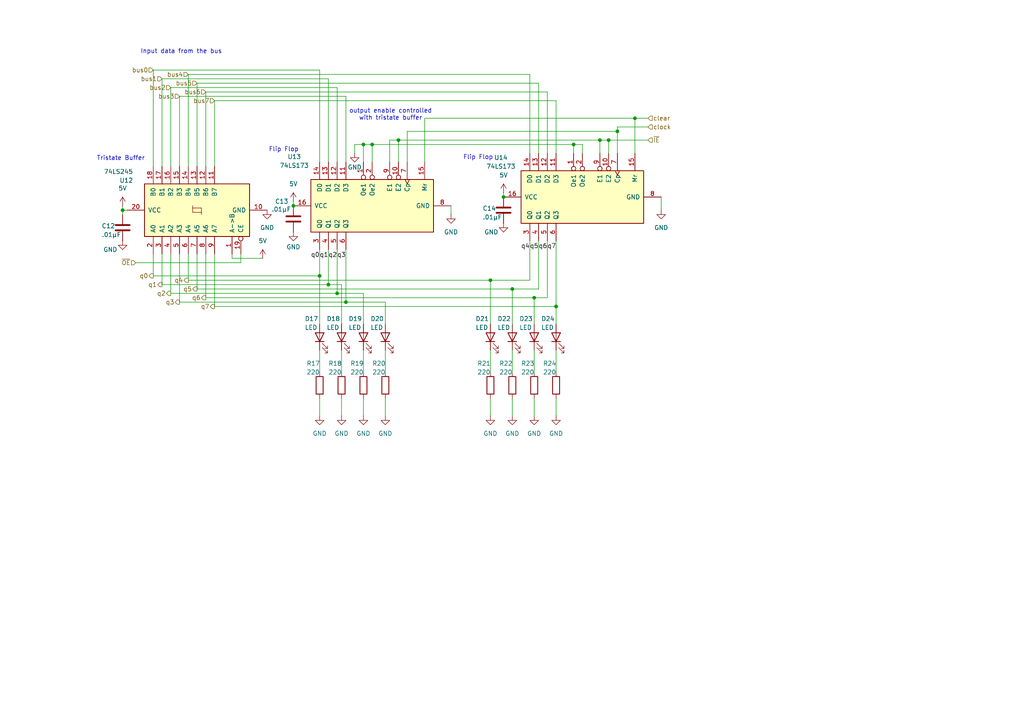
<source format=kicad_sch>
(kicad_sch (version 20231120) (generator "eeschema") (generator_version "8.0")
  (paper "A4")
  (title_block (title "Registers") (date "2024-11-11") (company "Arsenal Gear"))
  (lib_symbols
    (symbol "74xx:74LS173" (pin_names (offset 1.016))
      (property "Reference" "U" (at -7.62 19.05 0))
      (property "Value" "74LS173" (at -7.62 -19.05 0))
      (symbol "74LS173_1_0"
        (pin input inverted (at -12.7 2.54 0) (length 5.08) (name "Oe1") (number "1"))
        (pin input inverted (at -12.7 -7.62 0) (length 5.08) (name "E2") (number "10"))
        (pin input line (at -12.7 7.62 0) (length 5.08) (name "D3") (number "11"))
        (pin input line (at -12.7 10.16 0) (length 5.08) (name "D2") (number "12"))
        (pin input line (at -12.7 12.7 0) (length 5.08) (name "D1") (number "13"))
        (pin input line (at -12.7 15.24 0) (length 5.08) (name "D0") (number "14"))
        (pin input line (at -12.7 -15.24 0) (length 5.08) (name "Mr") (number "15"))
        (pin power_in line (at 0 22.86 270) (length 5.08) (name "VCC") (number "16"))
        (pin input inverted (at -12.7 0 0) (length 5.08) (name "Oe2") (number "2"))
        (pin tri_state line (at 12.7 15.24 180) (length 5.08) (name "Q0") (number "3"))
        (pin tri_state line (at 12.7 12.7 180) (length 5.08) (name "Q1") (number "4"))
        (pin tri_state line (at 12.7 10.16 180) (length 5.08) (name "Q2") (number "5"))
        (pin tri_state line (at 12.7 7.62 180) (length 5.08) (name "Q3") (number "6"))
        (pin input clock (at -12.7 -10.16 0) (length 5.08) (name "Cp") (number "7"))
        (pin power_in line (at 0 -22.86 90) (length 5.08) (name "GND") (number "8"))
        (pin input inverted (at -12.7 -5.08 0) (length 5.08) (name "E1") (number "9"))
      )
      (symbol "74LS173_1_1"
        (rectangle (start -7.62 17.78) (end 7.62 -17.78) (stroke (width 0.254)) (fill (type background)))
      )
    )
    (symbol "74xx:74LS245" (pin_names (offset 1.016))
      (property "Reference" "U" (at -7.62 16.51 0))
      (property "Value" "74LS245" (at -7.62 -16.51 0))
      (symbol "74LS245_1_0"
        (polyline (pts (xy -0.635 -1.27) (xy -0.635 1.27) (xy 0.635 1.27)))
        (polyline (pts (xy -1.27 -1.27) (xy 0.635 -1.27) (xy 0.635 1.27) (xy 1.27 1.27)))
        (pin input line (at -12.7 -10.16 0) (length 5.08) (name "A->B") (number "1"))
        (pin power_in line (at 0 -20.32 90) (length 5.08) (name "GND") (number "10"))
        (pin tri_state line (at 12.7 -5.08 180) (length 5.08) (name "B7") (number "11"))
        (pin tri_state line (at 12.7 -2.54 180) (length 5.08) (name "B6") (number "12"))
        (pin tri_state line (at 12.7 0 180) (length 5.08) (name "B5") (number "13"))
        (pin tri_state line (at 12.7 2.54 180) (length 5.08) (name "B4") (number "14"))
        (pin tri_state line (at 12.7 5.08 180) (length 5.08) (name "B3") (number "15"))
        (pin tri_state line (at 12.7 7.62 180) (length 5.08) (name "B2") (number "16"))
        (pin tri_state line (at 12.7 10.16 180) (length 5.08) (name "B1") (number "17"))
        (pin tri_state line (at 12.7 12.7 180) (length 5.08) (name "B0") (number "18"))
        (pin input inverted (at -12.7 -12.7 0) (length 5.08) (name "CE") (number "19"))
        (pin tri_state line (at -12.7 12.7 0) (length 5.08) (name "A0") (number "2"))
        (pin power_in line (at 0 20.32 270) (length 5.08) (name "VCC") (number "20"))
        (pin tri_state line (at -12.7 10.16 0) (length 5.08) (name "A1") (number "3"))
        (pin tri_state line (at -12.7 7.62 0) (length 5.08) (name "A2") (number "4"))
        (pin tri_state line (at -12.7 5.08 0) (length 5.08) (name "A3") (number "5"))
        (pin tri_state line (at -12.7 2.54 0) (length 5.08) (name "A4") (number "6"))
        (pin tri_state line (at -12.7 0 0) (length 5.08) (name "A5") (number "7"))
        (pin tri_state line (at -12.7 -2.54 0) (length 5.08) (name "A6") (number "8"))
        (pin tri_state line (at -12.7 -5.08 0) (length 5.08) (name "A7") (number "9"))
      )
      (symbol "74LS245_1_1"
        (rectangle (start -7.62 15.24) (end 7.62 -15.24) (stroke (width 0.254)) (fill (type background)))
      )
    )
    (symbol "Device:C" (pin_numbers hide) (pin_names (offset 0.254))
      (property "Reference" "C" (at 0.635 2.54 0))
      (property "Value" "C" (at 0.635 -2.54 0))
      (symbol "C_0_1"
        (polyline (pts (xy -2.032 -0.762) (xy 2.032 -0.762)) (stroke (width 0.508)))
        (polyline (pts (xy -2.032 0.762) (xy 2.032 0.762)) (stroke (width 0.508)))
      )
      (symbol "C_1_1"
        (pin passive line (at 0 3.81 270) (length 2.794) (name "~") (number "1"))
        (pin passive line (at 0 -3.81 90) (length 2.794) (name "~") (number "2"))
      )
    )
    (symbol "Device:LED" (pin_numbers hide) (pin_names (offset 1.016) hide)
      (property "Reference" "D" (at 0 2.54 0))
      (property "Value" "LED" (at 0 -2.54 0))
      (symbol "LED_0_1"
        (polyline (pts (xy -1.27 -1.27) (xy -1.27 1.27)) (stroke (width 0.254)))
        (polyline (pts (xy -1.27 0) (xy 1.27 0)))
        (polyline (pts (xy 1.27 -1.27) (xy 1.27 1.27) (xy -1.27 0) (xy 1.27 -1.27)) (stroke (width 0.254)))
        (polyline (pts (xy -3.048 -0.762) (xy -4.572 -2.286) (xy -3.81 -2.286) (xy -4.572 -2.286) (xy -4.572 -1.524)))
        (polyline (pts (xy -1.778 -0.762) (xy -3.302 -2.286) (xy -2.54 -2.286) (xy -3.302 -2.286) (xy -3.302 -1.524)))
      )
      (symbol "LED_1_1"
        (pin passive line (at -3.81 0 0) (length 2.54) (name "K") (number "1"))
        (pin passive line (at 3.81 0 180) (length 2.54) (name "A") (number "2"))
      )
    )
    (symbol "Device:R" (pin_numbers hide) (pin_names (offset 0))
      (property "Reference" "R" (at 2.032 0 90))
      (property "Value" "R" (at 0 0 90))
      (symbol "R_0_1"
        (rectangle (start -1.016 -2.54) (end 1.016 2.54) (stroke (width 0.254)))
      )
      (symbol "R_1_1"
        (pin passive line (at 0 3.81 270) (length 1.27) (name "~") (number "1"))
        (pin passive line (at 0 -3.81 90) (length 1.27) (name "~") (number "2"))
      )
    )
    (symbol "power:GND" (power) (pin_numbers hide) (pin_names (offset 0) hide)
      (property "Value" "GND" (at 0 -3.81 0))
      (symbol "GND_0_1"
        (polyline (pts (xy 0 0) (xy 0 -1.27) (xy 1.27 -1.27) (xy 0 -2.54) (xy -1.27 -1.27) (xy 0 -1.27)))
      )
      (symbol "GND_1_1"
        (pin power_in line (at 0 0 270) (length 0) (name "~") (number "1"))
      )
    )
    (symbol "power:VCC" (power) (pin_numbers hide) (pin_names (offset 0) hide)
      (property "Value" "VCC" (at 0 3.556 0))
      (symbol "VCC_0_1"
        (polyline (pts (xy -0.762 1.27) (xy 0 2.54)))
        (polyline (pts (xy 0 0) (xy 0 2.54)))
        (polyline (pts (xy 0 2.54) (xy 0.762 1.27)))
      )
      (symbol "VCC_1_1"
        (pin power_in line (at 0 0 90) (length 0) (name "~") (number "1"))
      )
    )
  )
  (junction (at 166.37 41.91))
  (junction (at 105.41 41.91))
  (junction (at 184.15 34.29))
  (junction (at 161.29 88.9))
  (junction (at 148.59 83.82))
  (junction (at 97.79 85.09))
  (junction (at 115.57 40.64))
  (junction (at 179.07 38.1))
  (junction (at 100.33 87.63))
  (junction (at 107.95 41.91))
  (junction (at 154.94 86.36))
  (junction (at 92.71 80.01))
  (junction (at 146.05 57.15))
  (junction (at 142.24 81.28))
  (junction (at 176.53 40.64))
  (junction (at 85.09 59.69))
  (junction (at 35.56 60.96))
  (junction (at 173.99 40.64))
  (junction (at 95.25 82.55))
  (wire (pts (xy 123.19 34.29) (xy 184.15 34.29)))
  (wire (pts (xy 111.76 115.57) (xy 111.76 120.65)))
  (wire (pts (xy 161.29 88.9) (xy 62.23 88.9)))
  (wire (pts (xy 46.99 73.66) (xy 46.99 82.55)))
  (wire (pts (xy 54.61 21.59) (xy 54.61 48.26)))
  (wire (pts (xy 54.61 73.66) (xy 54.61 81.28)))
  (wire (pts (xy 49.53 25.4) (xy 49.53 48.26)))
  (wire (pts (xy 100.33 27.94) (xy 100.33 46.99)))
  (wire (pts (xy 69.85 76.2) (xy 39.37 76.2)))
  (wire (pts (xy 113.03 46.99) (xy 113.03 40.64)))
  (wire (pts (xy 156.21 69.85) (xy 156.21 83.82)))
  (wire (pts (xy 92.71 72.39) (xy 92.71 80.01)))
  (wire (pts (xy 158.75 26.67) (xy 158.75 44.45)))
  (wire (pts (xy 44.45 20.32) (xy 44.45 48.26)))
  (wire (pts (xy 173.99 40.64) (xy 176.53 40.64)))
  (wire (pts (xy 97.79 25.4) (xy 97.79 46.99)))
  (wire (pts (xy 102.87 41.91) (xy 102.87 44.45)))
  (wire (pts (xy 52.07 27.94) (xy 52.07 48.26)))
  (wire (pts (xy 59.69 73.66) (xy 59.69 86.36)))
  (wire (pts (xy 62.23 73.66) (xy 62.23 88.9)))
  (wire (pts (xy 52.07 73.66) (xy 52.07 87.63)))
  (wire (pts (xy 67.31 74.93) (xy 67.31 73.66)))
  (wire (pts (xy 161.29 101.6) (xy 161.29 107.95)))
  (wire (pts (xy 95.25 22.86) (xy 95.25 46.99)))
  (wire (pts (xy 35.56 62.23) (xy 35.56 60.96)))
  (wire (pts (xy 92.71 20.32) (xy 92.71 46.99)))
  (wire (pts (xy 184.15 34.29) (xy 184.15 44.45)))
  (wire (pts (xy 161.29 29.21) (xy 161.29 44.45)))
  (wire (pts (xy 158.75 86.36) (xy 154.94 86.36)))
  (wire (pts (xy 49.53 73.66) (xy 49.53 85.09)))
  (wire (pts (xy 49.53 25.4) (xy 97.79 25.4)))
  (wire (pts (xy 100.33 87.63) (xy 111.76 87.63)))
  (wire (pts (xy 99.06 115.57) (xy 99.06 120.65)))
  (wire (pts (xy 85.09 58.42) (xy 85.09 59.69)))
  (wire (pts (xy 92.71 80.01) (xy 92.71 93.98)))
  (wire (pts (xy 184.15 34.29) (xy 187.96 34.29)))
  (wire (pts (xy 154.94 86.36) (xy 154.94 93.98)))
  (wire (pts (xy 97.79 85.09) (xy 105.41 85.09)))
  (wire (pts (xy 105.41 85.09) (xy 105.41 93.98)))
  (wire (pts (xy 154.94 86.36) (xy 59.69 86.36)))
  (wire (pts (xy 148.59 101.6) (xy 148.59 107.95)))
  (wire (pts (xy 148.59 115.57) (xy 148.59 120.65)))
  (wire (pts (xy 105.41 41.91) (xy 107.95 41.91)))
  (wire (pts (xy 156.21 24.13) (xy 156.21 44.45)))
  (wire (pts (xy 107.95 41.91) (xy 107.95 46.99)))
  (wire (pts (xy 46.99 22.86) (xy 46.99 48.26)))
  (wire (pts (xy 153.67 81.28) (xy 142.24 81.28)))
  (wire (pts (xy 158.75 69.85) (xy 158.75 86.36)))
  (wire (pts (xy 57.15 24.13) (xy 156.21 24.13)))
  (wire (pts (xy 57.15 73.66) (xy 57.15 83.82)))
  (wire (pts (xy 107.95 41.91) (xy 166.37 41.91)))
  (wire (pts (xy 69.85 73.66) (xy 69.85 76.2)))
  (wire (pts (xy 92.71 101.6) (xy 92.71 107.95)))
  (wire (pts (xy 100.33 87.63) (xy 52.07 87.63)))
  (wire (pts (xy 95.25 82.55) (xy 46.99 82.55)))
  (wire (pts (xy 123.19 46.99) (xy 123.19 34.29)))
  (wire (pts (xy 52.07 27.94) (xy 100.33 27.94)))
  (wire (pts (xy 179.07 36.83) (xy 179.07 38.1)))
  (wire (pts (xy 179.07 38.1) (xy 179.07 44.45)))
  (wire (pts (xy 161.29 69.85) (xy 161.29 88.9)))
  (wire (pts (xy 115.57 46.99) (xy 115.57 40.64)))
  (wire (pts (xy 35.56 60.96) (xy 36.83 60.96)))
  (wire (pts (xy 142.24 115.57) (xy 142.24 120.65)))
  (wire (pts (xy 153.67 69.85) (xy 153.67 81.28)))
  (wire (pts (xy 148.59 83.82) (xy 156.21 83.82)))
  (wire (pts (xy 148.59 83.82) (xy 148.59 93.98)))
  (wire (pts (xy 118.11 38.1) (xy 179.07 38.1)))
  (wire (pts (xy 46.99 22.86) (xy 95.25 22.86)))
  (wire (pts (xy 111.76 87.63) (xy 111.76 93.98)))
  (wire (pts (xy 99.06 82.55) (xy 99.06 93.98)))
  (wire (pts (xy 161.29 88.9) (xy 161.29 93.98)))
  (wire (pts (xy 179.07 36.83) (xy 187.96 36.83)))
  (wire (pts (xy 161.29 115.57) (xy 161.29 120.65)))
  (wire (pts (xy 115.57 40.64) (xy 173.99 40.64)))
  (wire (pts (xy 118.11 46.99) (xy 118.11 38.1)))
  (wire (pts (xy 59.69 26.67) (xy 59.69 48.26)))
  (wire (pts (xy 168.91 41.91) (xy 168.91 44.45)))
  (wire (pts (xy 142.24 81.28) (xy 142.24 93.98)))
  (wire (pts (xy 105.41 41.91) (xy 105.41 46.99)))
  (wire (pts (xy 142.24 101.6) (xy 142.24 107.95)))
  (wire (pts (xy 105.41 115.57) (xy 105.41 120.65)))
  (wire (pts (xy 99.06 101.6) (xy 99.06 107.95)))
  (wire (pts (xy 57.15 83.82) (xy 148.59 83.82)))
  (wire (pts (xy 76.2 74.93) (xy 67.31 74.93)))
  (wire (pts (xy 111.76 101.6) (xy 111.76 107.95)))
  (wire (pts (xy 54.61 21.59) (xy 153.67 21.59)))
  (wire (pts (xy 97.79 85.09) (xy 49.53 85.09)))
  (wire (pts (xy 166.37 41.91) (xy 168.91 41.91)))
  (wire (pts (xy 95.25 72.39) (xy 95.25 82.55)))
  (wire (pts (xy 154.94 115.57) (xy 154.94 120.65)))
  (wire (pts (xy 166.37 41.91) (xy 166.37 44.45)))
  (wire (pts (xy 102.87 41.91) (xy 105.41 41.91)))
  (wire (pts (xy 100.33 72.39) (xy 100.33 87.63)))
  (wire (pts (xy 44.45 20.32) (xy 92.71 20.32)))
  (wire (pts (xy 62.23 29.21) (xy 62.23 48.26)))
  (wire (pts (xy 62.23 29.21) (xy 161.29 29.21)))
  (wire (pts (xy 173.99 40.64) (xy 173.99 44.45)))
  (wire (pts (xy 92.71 115.57) (xy 92.71 120.65)))
  (wire (pts (xy 176.53 40.64) (xy 176.53 44.45)))
  (wire (pts (xy 44.45 73.66) (xy 44.45 80.01)))
  (wire (pts (xy 113.03 40.64) (xy 115.57 40.64)))
  (wire (pts (xy 153.67 21.59) (xy 153.67 44.45)))
  (wire (pts (xy 191.77 60.96) (xy 191.77 57.15)))
  (wire (pts (xy 59.69 26.67) (xy 158.75 26.67)))
  (wire (pts (xy 92.71 80.01) (xy 44.45 80.01)))
  (wire (pts (xy 105.41 101.6) (xy 105.41 107.95)))
  (wire (pts (xy 57.15 24.13) (xy 57.15 48.26)))
  (wire (pts (xy 97.79 72.39) (xy 97.79 85.09)))
  (wire (pts (xy 130.81 59.69) (xy 130.81 62.23)))
  (wire (pts (xy 146.05 55.88) (xy 146.05 57.15)))
  (wire (pts (xy 176.53 40.64) (xy 187.96 40.64)))
  (wire (pts (xy 35.56 59.69) (xy 35.56 60.96)))
  (wire (pts (xy 99.06 82.55) (xy 95.25 82.55)))
  (wire (pts (xy 154.94 101.6) (xy 154.94 107.95)))
  (wire (pts (xy 142.24 81.28) (xy 54.61 81.28)))
  (text "Flip Flop" (at 82.296 43.434 0) (effects (font (size 1.27 1.27))))
  (text "Flip Flop" (at 138.684 45.72 0) (effects (font (size 1.27 1.27))))
  (text "output enable controlled\nwith tristate buffer" (at 113.284 33.274 0) (effects (font (size 1.27 1.27))))
  (text "Input data from the bus" (at 52.578 14.986 0) (effects (font (size 1.27 1.27))))
  (text "Tristate Buffer" (at 35.052 45.974 0) (effects (font (size 1.27 1.27))))
  (label "q6" (at 158.75 72.39 180))
  (label "q1" (at 95.25 74.93 180))
  (label "q3" (at 100.33 74.93 180))
  (label "q7" (at 161.29 72.39 180))
  (label "q2" (at 97.79 74.93 180))
  (label "q0" (at 92.71 74.93 180))
  (label "q5" (at 156.21 72.39 180))
  (label "q4" (at 153.67 72.39 180))
  (hierarchical_label "q1" (shape output) (at 46.99 82.55 180))
  (hierarchical_label "q7" (shape output) (at 62.23 88.9 180))
  (hierarchical_label "~{IE}" (shape input) (at 187.96 40.64 0))
  (hierarchical_label "q6" (shape output) (at 59.69 86.36 180))
  (hierarchical_label "q2" (shape output) (at 49.53 85.09 180))
  (hierarchical_label "bus3" (shape input) (at 52.07 27.94 180))
  (hierarchical_label "bus0" (shape input) (at 44.45 20.32 180))
  (hierarchical_label "bus7" (shape input) (at 62.23 29.21 180))
  (hierarchical_label "clock" (shape input) (at 187.96 36.83 0))
  (hierarchical_label "bus1" (shape input) (at 46.99 22.86 180))
  (hierarchical_label "q0" (shape output) (at 44.45 80.01 180))
  (hierarchical_label "~{OE}" (shape input) (at 39.37 76.2 180))
  (hierarchical_label "bus4" (shape input) (at 54.61 21.59 180))
  (hierarchical_label "q5" (shape output) (at 57.15 83.82 180))
  (hierarchical_label "bus5" (shape input) (at 57.15 24.13 180))
  (hierarchical_label "bus6" (shape input) (at 59.69 26.67 180))
  (hierarchical_label "q4" (shape output) (at 54.61 81.28 180))
  (hierarchical_label "bus2" (shape input) (at 49.53 25.4 180))
  (hierarchical_label "clear" (shape input) (at 187.96 34.29 0))
  (hierarchical_label "q3" (shape output) (at 52.07 87.63 180))
  (symbol (lib_id "Device:LED") (at 99.06 97.79 90) (unit 1)
    (property "Reference" "D18" (at 94.742 92.456 90) (effects (justify right)))
    (property "Value" "LED" (at 94.742 94.996 90) (effects (justify right)))
    (property "Footprint" "LED_THT:LED_D5.0mm" (effects (hide yes)))
    (property "Description" "Light emitting diode" (effects (hide yes)))
    (instances (project "Arithmetic_Logic_Unit" (path "" (reference "D18") (unit 1)) (path "" (reference "D2") (unit 1))))
  )
  (symbol (lib_id "Device:LED") (at 142.24 97.79 90) (unit 1)
    (property "Reference" "D21" (at 137.922 92.456 90) (effects (justify right)))
    (property "Value" "LED" (at 137.922 94.996 90) (effects (justify right)))
    (property "Footprint" "LED_THT:LED_D5.0mm" (effects (hide yes)))
    (property "Description" "Light emitting diode" (effects (hide yes)))
    (instances (project "Arithmetic_Logic_Unit" (path "" (reference "D21") (unit 1)) (path "" (reference "D5") (unit 1))))
  )
  (symbol (lib_id "power:VCC") (at 85.09 58.42 0) (unit 1) (exclude_from_sim yes)
    (property "Reference" "#PWR066" (effects (hide yes)))
    (property "Value" "5V" (at 85.09 53.34 0))
    (property "Description" "Power symbol creates a global label with name \"VCC\"" (effects (hide yes)))
    (instances (project "Arithmetic_Logic_Unit" (path "" (reference "#PWR066") (unit 1)) (path "" (reference "#PWR012") (unit 1))))
  )
  (symbol (lib_id "power:VCC") (at 35.56 59.69 0) (unit 1) (exclude_from_sim yes)
    (property "Reference" "#PWR062" (effects (hide yes)))
    (property "Value" "5V" (at 35.56 54.61 0))
    (property "Description" "Power symbol creates a global label with name \"VCC\"" (effects (hide yes)))
    (instances (project "Arithmetic_Logic_Unit" (path "" (reference "#PWR062") (unit 1)) (path "" (reference "#PWR08") (unit 1))))
  )
  (symbol (lib_id "Device:C") (at 146.05 60.96 180) (unit 1)
    (property "Reference" "C14" (at 139.954 60.452 0) (effects (justify right)))
    (property "Value" ".01µF" (at 139.954 62.992 0) (effects (justify right)))
    (property "Footprint" "Capacitor_THT:C_Disc_D5.0mm_W2.5mm_P2.50mm" (effects (hide yes)))
    (property "Description" "Unpolarized capacitor" (effects (hide yes)))
    (instances (project "Arithmetic_Logic_Unit" (path "" (reference "C14") (unit 1)) (path "" (reference "C3") (unit 1))))
  )
  (symbol (lib_id "Device:LED") (at 161.29 97.79 90) (unit 1)
    (property "Reference" "D24" (at 156.972 92.456 90) (effects (justify right)))
    (property "Value" "LED" (at 156.972 94.996 90) (effects (justify right)))
    (property "Footprint" "LED_THT:LED_D5.0mm" (effects (hide yes)))
    (property "Description" "Light emitting diode" (effects (hide yes)))
    (instances (project "Arithmetic_Logic_Unit" (path "" (reference "D24") (unit 1)) (path "" (reference "D8") (unit 1))))
  )
  (symbol (lib_id "Device:R") (at 92.71 111.76 0) (unit 1)
    (property "Reference" "R17" (at 88.9 105.41 0) (effects (justify left)))
    (property "Value" "220" (at 88.9 107.95 0) (effects (justify left)))
    (property "Footprint" "Resistor_THT:R_Axial_DIN0207_L6.3mm_D2.5mm_P5.08mm_Vertical" (effects (hide yes)))
    (property "Description" "Resistor" (effects (hide yes)))
    (instances (project "Arithmetic_Logic_Unit" (path "" (reference "R17") (unit 1)) (path "" (reference "R1") (unit 1))))
  )
  (symbol (lib_id "power:GND") (at 142.24 120.65 0) (unit 1) (exclude_from_sim yes)
    (property "Reference" "#PWR074" (effects (hide yes)))
    (property "Value" "GND" (at 142.24 125.73 0))
    (property "Description" "Power symbol creates a global label with name \"GND\" , ground" (effects (hide yes)))
    (instances (project "Arithmetic_Logic_Unit" (path "" (reference "#PWR074") (unit 1)) (path "" (reference "#PWR020") (unit 1))))
  )
  (symbol (lib_id "power:GND") (at 130.81 62.23 0) (unit 1) (exclude_from_sim yes)
    (property "Reference" "#PWR073" (effects (hide yes)))
    (property "Value" "GND" (at 130.81 67.31 0))
    (property "Description" "Power symbol creates a global label with name \"GND\" , ground" (effects (hide yes)))
    (instances (project "Arithmetic_Logic_Unit" (path "" (reference "#PWR073") (unit 1)) (path "" (reference "#PWR019") (unit 1))))
  )
  (symbol (lib_id "power:GND") (at 77.47 60.96 0) (unit 1) (exclude_from_sim yes)
    (property "Reference" "#PWR065" (effects (hide yes)))
    (property "Value" "GND" (at 77.47 66.04 0))
    (property "Description" "Power symbol creates a global label with name \"GND\" , ground" (effects (hide yes)))
    (instances (project "Arithmetic_Logic_Unit" (path "" (reference "#PWR065") (unit 1)) (path "" (reference "#PWR011") (unit 1))))
  )
  (symbol (lib_id "Device:R") (at 105.41 111.76 0) (unit 1)
    (property "Reference" "R19" (at 101.6 105.41 0) (effects (justify left)))
    (property "Value" "220" (at 101.6 107.95 0) (effects (justify left)))
    (property "Footprint" "Resistor_THT:R_Axial_DIN0207_L6.3mm_D2.5mm_P5.08mm_Vertical" (effects (hide yes)))
    (property "Description" "Resistor" (effects (hide yes)))
    (instances (project "Arithmetic_Logic_Unit" (path "" (reference "R19") (unit 1)) (path "" (reference "R3") (unit 1))))
  )
  (symbol (lib_id "power:GND") (at 105.41 120.65 0) (unit 1) (exclude_from_sim yes)
    (property "Reference" "#PWR071" (effects (hide yes)))
    (property "Value" "GND" (at 105.41 125.73 0))
    (property "Description" "Power symbol creates a global label with name \"GND\" , ground" (effects (hide yes)))
    (instances (project "Arithmetic_Logic_Unit" (path "" (reference "#PWR071") (unit 1)) (path "" (reference "#PWR017") (unit 1))))
  )
  (symbol (lib_id "power:GND") (at 146.05 64.77 0) (unit 1) (exclude_from_sim yes)
    (property "Reference" "#PWR076" (effects (hide yes)))
    (property "Value" "GND" (at 142.494 67.31 0))
    (property "Description" "Power symbol creates a global label with name \"GND\" , ground" (effects (hide yes)))
    (instances (project "Arithmetic_Logic_Unit" (path "" (reference "#PWR076") (unit 1)) (path "" (reference "#PWR022") (unit 1))))
  )
  (symbol (lib_id "Device:R") (at 161.29 111.76 0) (unit 1)
    (property "Reference" "R24" (at 157.48 105.41 0) (effects (justify left)))
    (property "Value" "220" (at 157.48 107.95 0) (effects (justify left)))
    (property "Footprint" "Resistor_THT:R_Axial_DIN0207_L6.3mm_D2.5mm_P5.08mm_Vertical" (effects (hide yes)))
    (property "Description" "Resistor" (effects (hide yes)))
    (instances (project "Arithmetic_Logic_Unit" (path "" (reference "R24") (unit 1)) (path "" (reference "R8") (unit 1))))
  )
  (symbol (lib_id "power:GND") (at 35.56 69.85 0) (unit 1) (exclude_from_sim yes)
    (property "Reference" "#PWR063" (effects (hide yes)))
    (property "Value" "GND" (at 32.004 72.39 0))
    (property "Description" "Power symbol creates a global label with name \"GND\" , ground" (effects (hide yes)))
    (instances (project "Arithmetic_Logic_Unit" (path "" (reference "#PWR063") (unit 1)) (path "" (reference "#PWR09") (unit 1))))
  )
  (symbol (lib_id "power:GND") (at 99.06 120.65 0) (unit 1) (exclude_from_sim yes)
    (property "Reference" "#PWR069" (effects (hide yes)))
    (property "Value" "GND" (at 99.06 125.73 0))
    (property "Description" "Power symbol creates a global label with name \"GND\" , ground" (effects (hide yes)))
    (instances (project "Arithmetic_Logic_Unit" (path "" (reference "#PWR069") (unit 1)) (path "" (reference "#PWR015") (unit 1))))
  )
  (symbol (lib_id "74xx:74LS173") (at 107.95 59.69 90) (mirror x) (unit 1)
    (property "Reference" "U13" (at 85.344 45.466 90))
    (property "Value" "74LS173" (at 85.344 48.006 90))
    (property "Footprint" "Package_DIP:DIP-16_W7.62mm" (effects (hide yes)))
    (property "Datasheet" "http://www.ti.com/lit/gpn/sn74LS173" (effects (hide yes)))
    (property "Description" "4-bit D-type Register, 3 state out" (effects (hide yes)))
    (instances (project "Arithmetic_Logic_Unit" (path "" (reference "U13") (unit 1)) (path "" (reference "U2") (unit 1))))
  )
  (symbol (lib_id "power:GND") (at 154.94 120.65 0) (unit 1) (exclude_from_sim yes)
    (property "Reference" "#PWR078" (effects (hide yes)))
    (property "Value" "GND" (at 154.94 125.73 0))
    (property "Description" "Power symbol creates a global label with name \"GND\" , ground" (effects (hide yes)))
    (instances (project "Arithmetic_Logic_Unit" (path "" (reference "#PWR078") (unit 1)) (path "" (reference "#PWR024") (unit 1))))
  )
  (symbol (lib_id "power:VCC") (at 146.05 55.88 0) (unit 1) (exclude_from_sim yes)
    (property "Reference" "#PWR075" (effects (hide yes)))
    (property "Value" "5V" (at 146.05 50.8 0))
    (property "Description" "Power symbol creates a global label with name \"VCC\"" (effects (hide yes)))
    (instances (project "Arithmetic_Logic_Unit" (path "" (reference "#PWR075") (unit 1)) (path "" (reference "#PWR021") (unit 1))))
  )
  (symbol (lib_id "power:GND") (at 111.76 120.65 0) (unit 1) (exclude_from_sim yes)
    (property "Reference" "#PWR072" (effects (hide yes)))
    (property "Value" "GND" (at 111.76 125.73 0))
    (property "Description" "Power symbol creates a global label with name \"GND\" , ground" (effects (hide yes)))
    (instances (project "Arithmetic_Logic_Unit" (path "" (reference "#PWR072") (unit 1)) (path "" (reference "#PWR018") (unit 1))))
  )
  (symbol (lib_id "Device:R") (at 142.24 111.76 0) (unit 1)
    (property "Reference" "R21" (at 138.43 105.41 0) (effects (justify left)))
    (property "Value" "220" (at 138.43 107.95 0) (effects (justify left)))
    (property "Footprint" "Resistor_THT:R_Axial_DIN0207_L6.3mm_D2.5mm_P5.08mm_Vertical" (effects (hide yes)))
    (property "Description" "Resistor" (effects (hide yes)))
    (instances (project "Arithmetic_Logic_Unit" (path "" (reference "R21") (unit 1)) (path "" (reference "R5") (unit 1))))
  )
  (symbol (lib_id "power:VCC") (at 76.2 74.93 0) (unit 1) (exclude_from_sim yes)
    (property "Reference" "#PWR064" (effects (hide yes)))
    (property "Value" "5V" (at 76.2 69.85 0))
    (property "Description" "Power symbol creates a global label with name \"VCC\"" (effects (hide yes)))
    (instances (project "Arithmetic_Logic_Unit" (path "" (reference "#PWR064") (unit 1)) (path "" (reference "#PWR010") (unit 1))))
  )
  (symbol (lib_id "74xx:74LS245") (at 57.15 60.96 90) (unit 1)
    (property "Reference" "U12" (at 38.608 52.324 90) (effects (justify left)))
    (property "Value" "74LS245" (at 38.608 49.784 90) (effects (justify left)))
    (property "Footprint" "Package_DIP:DIP-20_W7.62mm" (effects (hide yes)))
    (property "Datasheet" "http://www.ti.com/lit/gpn/sn74LS245" (effects (hide yes)))
    (property "Description" "Octal BUS Transceivers, 3-State outputs" (effects (hide yes)))
    (instances (project "Arithmetic_Logic_Unit" (path "" (reference "U12") (unit 1)) (path "" (reference "U1") (unit 1))))
  )
  (symbol (lib_id "Device:LED") (at 111.76 97.79 90) (unit 1)
    (property "Reference" "D20" (at 107.442 92.456 90) (effects (justify right)))
    (property "Value" "LED" (at 107.442 94.996 90) (effects (justify right)))
    (property "Footprint" "LED_THT:LED_D5.0mm" (effects (hide yes)))
    (property "Description" "Light emitting diode" (effects (hide yes)))
    (instances (project "Arithmetic_Logic_Unit" (path "" (reference "D20") (unit 1)) (path "" (reference "D4") (unit 1))))
  )
  (symbol (lib_id "power:GND") (at 191.77 60.96 0) (unit 1) (exclude_from_sim yes)
    (property "Reference" "#PWR080" (effects (hide yes)))
    (property "Value" "GND" (at 191.77 66.04 0))
    (property "Description" "Power symbol creates a global label with name \"GND\" , ground" (effects (hide yes)))
    (instances (project "Arithmetic_Logic_Unit" (path "" (reference "#PWR080") (unit 1)) (path "" (reference "#PWR026") (unit 1))))
  )
  (symbol (lib_id "power:GND") (at 92.71 120.65 0) (unit 1) (exclude_from_sim yes)
    (property "Reference" "#PWR068" (effects (hide yes)))
    (property "Value" "GND" (at 92.71 125.73 0))
    (property "Description" "Power symbol creates a global label with name \"GND\" , ground" (effects (hide yes)))
    (instances (project "Arithmetic_Logic_Unit" (path "" (reference "#PWR068") (unit 1)) (path "" (reference "#PWR014") (unit 1))))
  )
  (symbol (lib_id "Device:R") (at 99.06 111.76 0) (unit 1)
    (property "Reference" "R18" (at 95.25 105.41 0) (effects (justify left)))
    (property "Value" "220" (at 95.25 107.95 0) (effects (justify left)))
    (property "Footprint" "Resistor_THT:R_Axial_DIN0207_L6.3mm_D2.5mm_P5.08mm_Vertical" (effects (hide yes)))
    (property "Description" "Resistor" (effects (hide yes)))
    (instances (project "Arithmetic_Logic_Unit" (path "" (reference "R18") (unit 1)) (path "" (reference "R2") (unit 1))))
  )
  (symbol (lib_id "power:GND") (at 161.29 120.65 0) (unit 1) (exclude_from_sim yes)
    (property "Reference" "#PWR079" (effects (hide yes)))
    (property "Value" "GND" (at 161.29 125.73 0))
    (property "Description" "Power symbol creates a global label with name \"GND\" , ground" (effects (hide yes)))
    (instances (project "Arithmetic_Logic_Unit" (path "" (reference "#PWR079") (unit 1)) (path "" (reference "#PWR025") (unit 1))))
  )
  (symbol (lib_id "power:GND") (at 85.09 67.31 0) (unit 1) (exclude_from_sim yes)
    (property "Reference" "#PWR067" (effects (hide yes)))
    (property "Value" "GND" (at 85.09 71.628 0))
    (property "Description" "Power symbol creates a global label with name \"GND\" , ground" (effects (hide yes)))
    (instances (project "Arithmetic_Logic_Unit" (path "" (reference "#PWR067") (unit 1)) (path "" (reference "#PWR013") (unit 1))))
  )
  (symbol (lib_id "Device:LED") (at 105.41 97.79 90) (unit 1)
    (property "Reference" "D19" (at 101.092 92.456 90) (effects (justify right)))
    (property "Value" "LED" (at 101.092 94.996 90) (effects (justify right)))
    (property "Footprint" "LED_THT:LED_D5.0mm" (effects (hide yes)))
    (property "Description" "Light emitting diode" (effects (hide yes)))
    (instances (project "Arithmetic_Logic_Unit" (path "" (reference "D19") (unit 1)) (path "" (reference "D3") (unit 1))))
  )
  (symbol (lib_id "Device:R") (at 154.94 111.76 0) (unit 1)
    (property "Reference" "R23" (at 151.13 105.41 0) (effects (justify left)))
    (property "Value" "220" (at 151.13 107.95 0) (effects (justify left)))
    (property "Footprint" "Resistor_THT:R_Axial_DIN0207_L6.3mm_D2.5mm_P5.08mm_Vertical" (effects (hide yes)))
    (property "Description" "Resistor" (effects (hide yes)))
    (instances (project "Arithmetic_Logic_Unit" (path "" (reference "R23") (unit 1)) (path "" (reference "R7") (unit 1))))
  )
  (symbol (lib_id "power:GND") (at 148.59 120.65 0) (unit 1) (exclude_from_sim yes)
    (property "Reference" "#PWR077" (effects (hide yes)))
    (property "Value" "GND" (at 148.59 125.73 0))
    (property "Description" "Power symbol creates a global label with name \"GND\" , ground" (effects (hide yes)))
    (instances (project "Arithmetic_Logic_Unit" (path "" (reference "#PWR077") (unit 1)) (path "" (reference "#PWR023") (unit 1))))
  )
  (symbol (lib_id "Device:LED") (at 92.71 97.79 90) (unit 1)
    (property "Reference" "D17" (at 88.392 92.456 90) (effects (justify right)))
    (property "Value" "LED" (at 88.392 94.996 90) (effects (justify right)))
    (property "Footprint" "LED_THT:LED_D5.0mm" (effects (hide yes)))
    (property "Description" "Light emitting diode" (effects (hide yes)))
    (instances (project "Arithmetic_Logic_Unit" (path "" (reference "D17") (unit 1)) (path "" (reference "D1") (unit 1))))
  )
  (symbol (lib_id "Device:LED") (at 148.59 97.79 90) (unit 1)
    (property "Reference" "D22" (at 144.272 92.456 90) (effects (justify right)))
    (property "Value" "LED" (at 144.272 94.996 90) (effects (justify right)))
    (property "Footprint" "LED_THT:LED_D5.0mm" (effects (hide yes)))
    (property "Description" "Light emitting diode" (effects (hide yes)))
    (instances (project "Arithmetic_Logic_Unit" (path "" (reference "D22") (unit 1)) (path "" (reference "D6") (unit 1))))
  )
  (symbol (lib_id "Device:R") (at 111.76 111.76 0) (unit 1)
    (property "Reference" "R20" (at 107.95 105.41 0) (effects (justify left)))
    (property "Value" "220" (at 107.95 107.95 0) (effects (justify left)))
    (property "Footprint" "Resistor_THT:R_Axial_DIN0207_L6.3mm_D2.5mm_P5.08mm_Vertical" (effects (hide yes)))
    (property "Description" "Resistor" (effects (hide yes)))
    (instances (project "Arithmetic_Logic_Unit" (path "" (reference "R20") (unit 1)) (path "" (reference "R4") (unit 1))))
  )
  (symbol (lib_id "Device:LED") (at 154.94 97.79 90) (unit 1)
    (property "Reference" "D23" (at 150.622 92.456 90) (effects (justify right)))
    (property "Value" "LED" (at 150.622 94.996 90) (effects (justify right)))
    (property "Footprint" "LED_THT:LED_D5.0mm" (effects (hide yes)))
    (property "Description" "Light emitting diode" (effects (hide yes)))
    (instances (project "Arithmetic_Logic_Unit" (path "" (reference "D23") (unit 1)) (path "" (reference "D7") (unit 1))))
  )
  (symbol (lib_id "Device:R") (at 148.59 111.76 0) (unit 1)
    (property "Reference" "R22" (at 144.78 105.41 0) (effects (justify left)))
    (property "Value" "220" (at 144.78 107.95 0) (effects (justify left)))
    (property "Footprint" "Resistor_THT:R_Axial_DIN0207_L6.3mm_D2.5mm_P5.08mm_Vertical" (effects (hide yes)))
    (property "Description" "Resistor" (effects (hide yes)))
    (instances (project "Arithmetic_Logic_Unit" (path "" (reference "R22") (unit 1)) (path "" (reference "R6") (unit 1))))
  )
  (symbol (lib_id "Device:C") (at 35.56 66.04 180) (unit 1)
    (property "Reference" "C12" (at 29.464 65.532 0) (effects (justify right)))
    (property "Value" ".01µF" (at 29.464 68.072 0) (effects (justify right)))
    (property "Footprint" "Capacitor_THT:C_Disc_D5.0mm_W2.5mm_P2.50mm" (effects (hide yes)))
    (property "Description" "Unpolarized capacitor" (effects (hide yes)))
    (instances (project "Arithmetic_Logic_Unit" (path "" (reference "C12") (unit 1)) (path "" (reference "C1") (unit 1))))
  )
  (symbol (lib_id "Device:C") (at 85.09 63.5 180) (unit 1)
    (property "Reference" "C13" (at 79.756 58.42 0) (effects (justify right)))
    (property "Value" ".01µF" (at 78.74 60.706 0) (effects (justify right)))
    (property "Footprint" "Capacitor_THT:C_Disc_D5.0mm_W2.5mm_P2.50mm" (effects (hide yes)))
    (property "Description" "Unpolarized capacitor" (effects (hide yes)))
    (instances (project "Arithmetic_Logic_Unit" (path "" (reference "C13") (unit 1)) (path "" (reference "C2") (unit 1))))
  )
  (symbol (lib_id "74xx:74LS173") (at 168.91 57.15 90) (mirror x) (unit 1)
    (property "Reference" "U14" (at 145.288 45.72 90))
    (property "Value" "74LS173" (at 145.288 48.26 90))
    (property "Footprint" "Package_DIP:DIP-16_W7.62mm" (effects (hide yes)))
    (property "Datasheet" "http://www.ti.com/lit/gpn/sn74LS173" (effects (hide yes)))
    (property "Description" "4-bit D-type Register, 3 state out" (effects (hide yes)))
    (instances (project "Arithmetic_Logic_Unit" (path "" (reference "U14") (unit 1)) (path "" (reference "U3") (unit 1))))
  )
  (symbol (lib_id "power:GND") (at 102.87 44.45 0) (unit 1)
    (property "Reference" "#PWR070" (effects (hide yes)))
    (property "Value" "GND" (at 102.87 48.514 0))
    (property "Description" "Power symbol creates a global label with name \"GND\" , ground" (effects (hide yes)))
    (instances (project "Arithmetic_Logic_Unit" (path "" (reference "#PWR070") (unit 1)) (path "" (reference "#PWR016") (unit 1))))
  )
)
</source>
